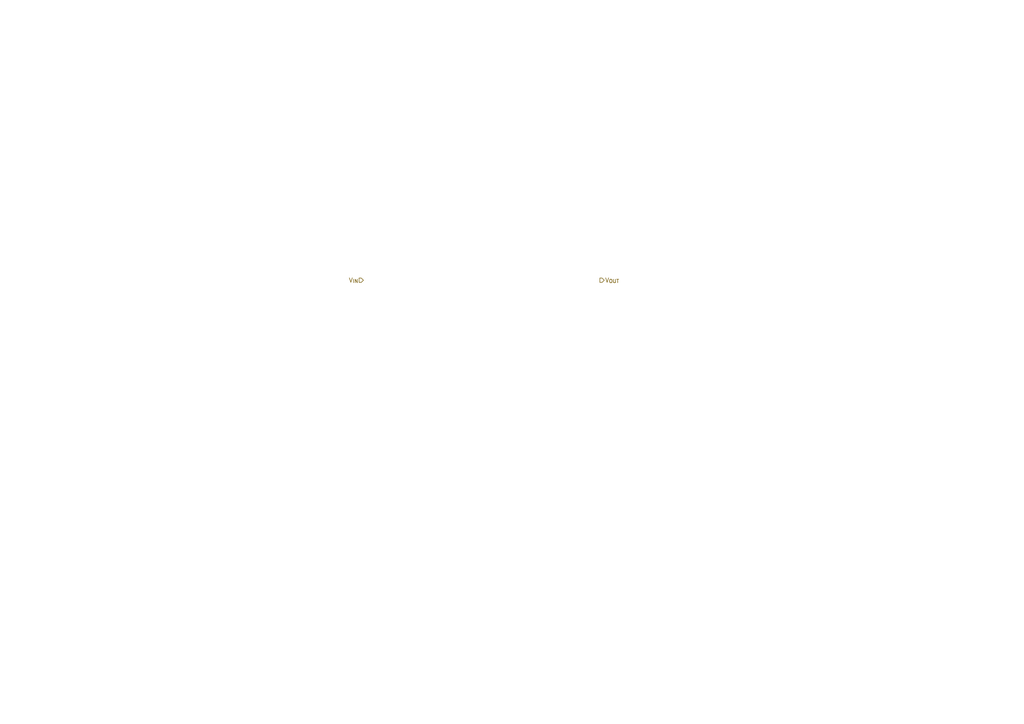
<source format=kicad_sch>
(kicad_sch (version 20230121) (generator eeschema)
  (paper "A4")
  (lib_symbols)
  (hierarchical_label "V_{OUT}" (shape output) (at 173.99 81.28 0))
  (hierarchical_label "V_{IN}" (shape input) (at 105.41 81.28 180))
)
</source>
